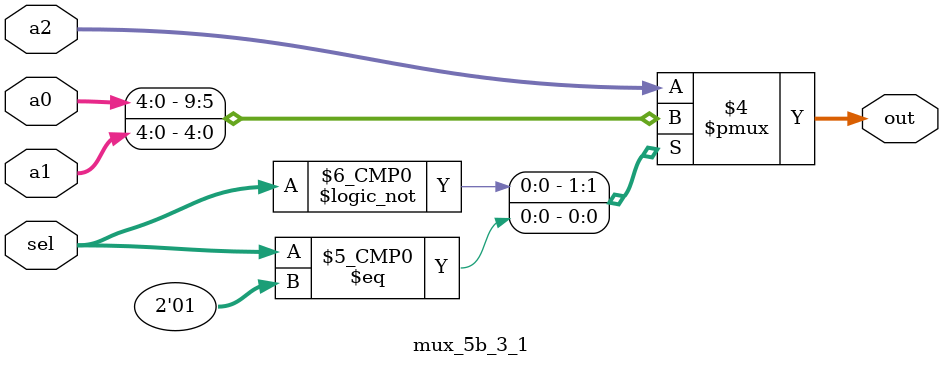
<source format=v>
/*
   Assignment No. - 7
   KGP-RISC
   Semester - 5 (Autumn 2021-22)
   Group No. - 30
   Group Members - Ashutosh Kumar Singh (19CS30008) & Vanshita Garg (19CS10064)
*/
`timescale 1ns / 1ps

// A 3x1 mux with 5-bit output
module mux_5b_3_1 (
    input [4:0] a0, 
    input [4:0] a1, 
    input [4:0] a2, 
    input [1:0] sel, 
    output reg [4:0] out
);

    always @(*) begin
        case (sel)
            2'b00 : out = a0;
            2'b01 : out = a1;
            2'b10 : out = a2;
            default : out = a2;
        endcase
    end
    
endmodule

</source>
